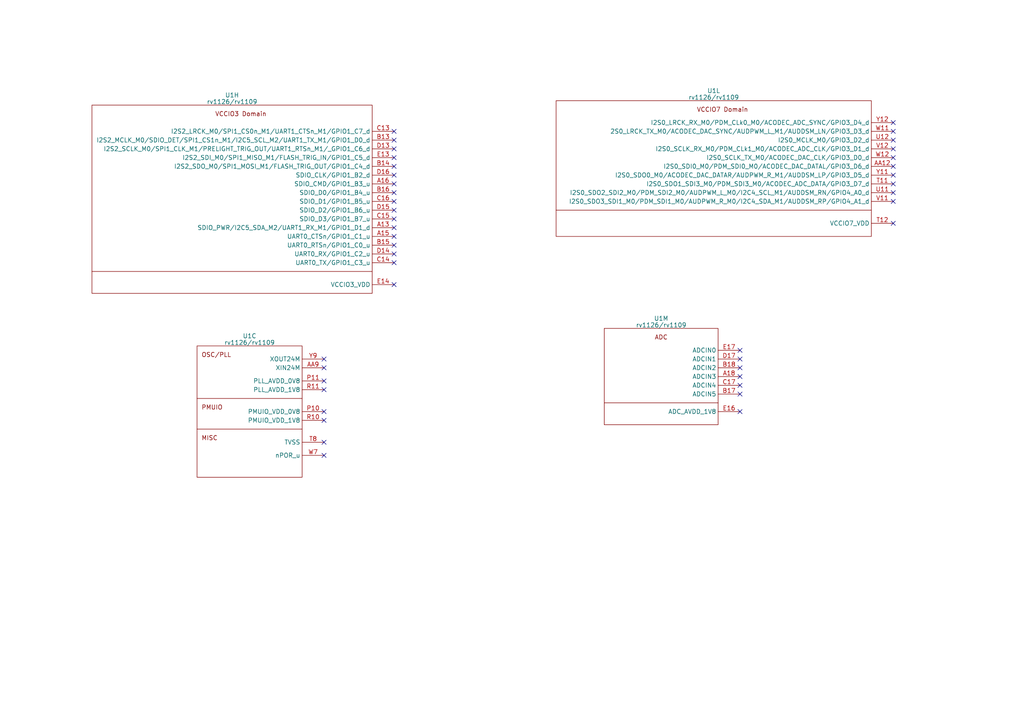
<source format=kicad_sch>
(kicad_sch (version 20230121) (generator eeschema)
  (paper "A4")
  (lib_symbols
    (symbol "CPU_Rockchip:rv1126_rv1109"
      (property "Reference" "U" (at -10.16 33.02 0))
      (property "Value" "rv1126/rv1109" (at 3.81 33.02 0))
      (symbol "rv1126_rv1109_1_1"
        (rectangle (start -17.78 31.75) (end 16.51 -35.56))
        (polyline (pts (xy -17.78 -26.67) (xy 16.51 -26.67)))
        (text "ARM/LOGIC/VEPU/NPU Power" (at -1.27 29.21 0) (effects (font (size 1.27 1.27))))
        (text "Supply for VCCIO1~7 Power" (at -3.81 -29.21 0) (effects (font (size 1.27 1.27))))
        (pin power_in line (at 22.86 -11.43 180) (length 6.35) (name "NPU_VDD_1") (number "H11"))
        (pin power_in line (at 22.86 -13.97 180) (length 6.35) (name "NPU_VDD_2") (number "H12"))
        (pin power_in line (at 22.86 13.97 180) (length 6.35) (name "LOGIC_VDD_2") (number "H13"))
        (pin power_in line (at 22.86 -33.02 180) (length 6.35) (name "VCCIO_VDD_1V8") (number "H14"))
        (pin power_in line (at 22.86 16.51 180) (length 6.35) (name "LOGIC_VDD_1") (number "H9"))
        (pin power_in line (at 22.86 -16.51 180) (length 6.35) (name "NPU_VDD_3") (number "J10"))
        (pin power_in line (at 22.86 -19.05 180) (length 6.35) (name "NPU_VDD_4") (number "J11"))
        (pin power_in line (at 22.86 8.89 180) (length 6.35) (name "LOGIC_VDD_4") (number "J13"))
        (pin power_in line (at 22.86 11.43 180) (length 6.35) (name "LOGIC_VDD_3") (number "J9"))
        (pin power_in line (at 22.86 -21.59 180) (length 6.35) (name "NPU_VDD_5") (number "K10"))
        (pin power_in line (at 22.86 -24.13 180) (length 6.35) (name "NPU_VDD_6") (number "K11"))
        (pin power_in line (at 22.86 6.35 180) (length 6.35) (name "LOGIC_VDD_5") (number "L10"))
        (pin power_in line (at 22.86 0 180) (length 6.35) (name "VEPU_VDD_1") (number "L9"))
        (pin power_in line (at 22.86 3.81 180) (length 6.35) (name "LOGIC_VDD_6") (number "M11"))
        (pin power_in line (at 22.86 -2.54 180) (length 6.35) (name "VEPU_VDD_2") (number "M9"))
        (pin power_in line (at 22.86 25.4 180) (length 6.35) (name "ARM_VDD_1") (number "N12"))
        (pin power_in line (at 22.86 -5.08 180) (length 6.35) (name "VEPU_VDD_3") (number "N8"))
        (pin power_in line (at 22.86 -7.62 180) (length 6.35) (name "VEPU_VDD_4") (number "N9"))
        (pin power_in line (at 22.86 22.86 180) (length 6.35) (name "ARM_VDD_2") (number "P12"))
        (pin power_in line (at 22.86 20.32 180) (length 6.35) (name "ARM_VDD_3") (number "P13"))
      )
      (symbol "rv1126_rv1109_2_1"
        (rectangle (start -19.05 30.48) (end 19.05 -114.3))
        (text "VSS/AVSS" (at 0 24.13 0) (effects (font (size 1.27 1.27))))
        (pin power_in line (at -25.4 27.94 0) (length 6.35) (name "VSS_1") (number "A1"))
        (pin power_in line (at 25.4 -97.79 180) (length 6.35) (name "AVSS_1") (number "A21"))
        (pin power_in line (at 25.4 -88.9 180) (length 6.35) (name "VSS_95") (number "AA1"))
        (pin power_in line (at 25.4 -91.44 180) (length 6.35) (name "VSS_96") (number "AA10"))
        (pin power_in line (at 25.4 -93.98 180) (length 6.35) (name "VSS_97") (number "AA21"))
        (pin power_in line (at -25.4 25.4 0) (length 6.35) (name "VSS_2") (number "B12"))
        (pin power_in line (at -25.4 15.24 0) (length 6.35) (name "VSS_6") (number "C10"))
        (pin power_in line (at -25.4 12.7 0) (length 6.35) (name "VSS_7") (number "C12"))
        (pin power_in line (at -25.4 22.86 0) (length 6.35) (name "VSS_3") (number "C3"))
        (pin power_in line (at -25.4 20.32 0) (length 6.35) (name "VSS_4") (number "C5"))
        (pin power_in line (at -25.4 17.78 0) (length 6.35) (name "VSS_5") (number "C7"))
        (pin power_in line (at -25.4 7.62 0) (length 6.35) (name "VSS_9") (number "D12"))
        (pin power_in line (at 25.4 -100.33 180) (length 6.35) (name "AVSS_2") (number "D18"))
        (pin power_in line (at -25.4 10.16 0) (length 6.35) (name "VSS_8") (number "D9"))
        (pin power_in line (at -25.4 -6.35 0) (length 6.35) (name "VSS_14") (number "E10"))
        (pin power_in line (at -25.4 -8.89 0) (length 6.35) (name "VSS_15") (number "E11"))
        (pin power_in line (at -25.4 -11.43 0) (length 6.35) (name "VSS_16") (number "E12"))
        (pin power_in line (at -25.4 5.08 0) (length 6.35) (name "VSS_10") (number "E4"))
        (pin power_in line (at -25.4 1.27 0) (length 6.35) (name "VSS_11") (number "E6"))
        (pin power_in line (at -25.4 -1.27 0) (length 6.35) (name "VSS_12") (number "E8"))
        (pin power_in line (at -25.4 -3.81 0) (length 6.35) (name "VSS_13") (number "E9"))
        (pin power_in line (at -25.4 -27.94 0) (length 6.35) (name "VSS_22") (number "F10"))
        (pin power_in line (at -25.4 -30.48 0) (length 6.35) (name "VSS_23") (number "F11"))
        (pin power_in line (at -25.4 -33.02 0) (length 6.35) (name "VSS_24") (number "F12"))
        (pin power_in line (at -25.4 -35.56 0) (length 6.35) (name "VSS_25") (number "F13"))
        (pin power_in line (at 25.4 -102.87 180) (length 6.35) (name "AVSS_3") (number "F14"))
        (pin power_in line (at 25.4 -105.41 180) (length 6.35) (name "AVSS_4") (number "F15"))
        (pin power_in line (at -25.4 -13.97 0) (length 6.35) (name "VSS_17") (number "F3"))
        (pin power_in line (at -25.4 -16.51 0) (length 6.35) (name "VSS_18") (number "F5"))
        (pin power_in line (at -25.4 -19.05 0) (length 6.35) (name "VSS_19") (number "F7"))
        (pin power_in line (at -25.4 -21.59 0) (length 6.35) (name "VSS_20") (number "F8"))
        (pin power_in line (at -25.4 -25.4 0) (length 6.35) (name "VSS_21") (number "F9"))
        (pin power_in line (at -25.4 -45.72 0) (length 6.35) (name "VSS_29") (number "G10"))
        (pin power_in line (at -25.4 -48.26 0) (length 6.35) (name "VSS_30") (number "G11"))
        (pin power_in line (at -25.4 -52.07 0) (length 6.35) (name "VSS_31") (number "G12"))
        (pin power_in line (at -25.4 -54.61 0) (length 6.35) (name "VSS_32") (number "G13"))
        (pin power_in line (at 25.4 -107.95 180) (length 6.35) (name "AVSS_5") (number "G16"))
        (pin power_in line (at 25.4 -110.49 180) (length 6.35) (name "AVSS_6") (number "G17"))
        (pin power_in line (at -25.4 -38.1 0) (length 6.35) (name "VSS_26") (number "G2"))
        (pin power_in line (at -25.4 -40.64 0) (length 6.35) (name "VSS_27") (number "G5"))
        (pin power_in line (at -25.4 -43.18 0) (length 6.35) (name "VSS_28") (number "G6"))
        (pin power_in line (at -25.4 -67.31 0) (length 6.35) (name "VSS_37") (number "H10"))
        (pin power_in line (at -25.4 -69.85 0) (length 6.35) (name "VSS_38") (number "H15"))
        (pin power_in line (at -25.4 -57.15 0) (length 6.35) (name "VSS_33") (number "H4"))
        (pin power_in line (at -25.4 -59.69 0) (length 6.35) (name "VSS_34") (number "H5"))
        (pin power_in line (at -25.4 -62.23 0) (length 6.35) (name "VSS_35") (number "H6"))
        (pin power_in line (at -25.4 -64.77 0) (length 6.35) (name "VSS_36") (number "H7"))
        (pin power_in line (at -25.4 -78.74 0) (length 6.35) (name "VSS_41") (number "J12"))
        (pin power_in line (at -25.4 -81.28 0) (length 6.35) (name "VSS_42") (number "J14"))
        (pin power_in line (at -25.4 -83.82 0) (length 6.35) (name "VSS_43") (number "J16"))
        (pin power_in line (at -25.4 -72.39 0) (length 6.35) (name "VSS_39") (number "J5"))
        (pin power_in line (at -25.4 -74.93 0) (length 6.35) (name "VSS_40") (number "J6"))
        (pin power_in line (at -25.4 -96.52 0) (length 6.35) (name "VSS_48") (number "K12"))
        (pin power_in line (at -25.4 -99.06 0) (length 6.35) (name "VSS_49") (number "K13"))
        (pin power_in line (at -25.4 -101.6 0) (length 6.35) (name "VSS_50") (number "K14"))
        (pin power_in line (at -25.4 -86.36 0) (length 6.35) (name "VSS_44") (number "K5"))
        (pin power_in line (at -25.4 -88.9 0) (length 6.35) (name "VSS_45") (number "K6"))
        (pin power_in line (at -25.4 -91.44 0) (length 6.35) (name "VSS_46") (number "K8"))
        (pin power_in line (at -25.4 -93.98 0) (length 6.35) (name "VSS_47") (number "K9"))
        (pin power_in line (at 25.4 20.32 180) (length 6.35) (name "VSS_54") (number "L11"))
        (pin power_in line (at 25.4 17.78 180) (length 6.35) (name "VSS_55") (number "L12"))
        (pin power_in line (at 25.4 15.24 180) (length 6.35) (name "VSS_56") (number "L13"))
        (pin power_in line (at 25.4 12.7 180) (length 6.35) (name "VSS_57") (number "L14"))
        (pin power_in line (at 25.4 10.16 180) (length 6.35) (name "VSS_58") (number "L16"))
        (pin power_in line (at 25.4 27.94 180) (length 6.35) (name "VSS_51") (number "L2"))
        (pin power_in line (at 25.4 25.4 180) (length 6.35) (name "VSS_52") (number "L5"))
        (pin power_in line (at 25.4 22.86 180) (length 6.35) (name "VSS_53") (number "L6"))
        (pin power_in line (at 25.4 -3.81 180) (length 6.35) (name "VSS_63") (number "M10"))
        (pin power_in line (at 25.4 -6.35 180) (length 6.35) (name "VSS_64") (number "M12"))
        (pin power_in line (at 25.4 -8.89 180) (length 6.35) (name "VSS_65") (number "M13"))
        (pin power_in line (at 25.4 -11.43 180) (length 6.35) (name "VSS_66") (number "M14"))
        (pin power_in line (at 25.4 -13.97 180) (length 6.35) (name "VSS_67") (number "M16"))
        (pin power_in line (at 25.4 7.62 180) (length 6.35) (name "VSS_59") (number "M3"))
        (pin power_in line (at 25.4 5.08 180) (length 6.35) (name "VSS_60") (number "M5"))
        (pin power_in line (at 25.4 1.27 180) (length 6.35) (name "VSS_61") (number "M7"))
        (pin power_in line (at 25.4 -1.27 180) (length 6.35) (name "VSS_62") (number "M8"))
        (pin power_in line (at 25.4 -25.4 180) (length 6.35) (name "VSS_71") (number "N10"))
        (pin power_in line (at 25.4 -27.94 180) (length 6.35) (name "VSS_72") (number "N11"))
        (pin power_in line (at 25.4 -30.48 180) (length 6.35) (name "VSS_73") (number "N13"))
        (pin power_in line (at 25.4 -33.02 180) (length 6.35) (name "VSS_74") (number "N14"))
        (pin power_in line (at 25.4 -35.56 180) (length 6.35) (name "VSS_75") (number "N16"))
        (pin power_in line (at 25.4 -16.51 180) (length 6.35) (name "VSS_68") (number "N5"))
        (pin power_in line (at 25.4 -19.05 180) (length 6.35) (name "VSS_69") (number "N6"))
        (pin power_in line (at 25.4 -21.59 180) (length 6.35) (name "VSS_70") (number "N7"))
        (pin power_in line (at 25.4 -48.26 180) (length 6.35) (name "VSS_80") (number "P14"))
        (pin power_in line (at 25.4 -50.8 180) (length 6.35) (name "VSS_81") (number "P16"))
        (pin power_in line (at 25.4 -38.1 180) (length 6.35) (name "VSS_76") (number "P5"))
        (pin power_in line (at 25.4 -40.64 180) (length 6.35) (name "VSS_77") (number "P7"))
        (pin power_in line (at 25.4 -43.18 180) (length 6.35) (name "VSS_78") (number "P8"))
        (pin power_in line (at 25.4 -45.72 180) (length 6.35) (name "VSS_79") (number "P9"))
        (pin power_in line (at 25.4 -54.61 180) (length 6.35) (name "VSS_82") (number "R1"))
        (pin power_in line (at 25.4 -59.69 180) (length 6.35) (name "VSS_84") (number "R12"))
        (pin power_in line (at 25.4 -62.23 180) (length 6.35) (name "VSS_85") (number "R13"))
        (pin power_in line (at 25.4 -64.77 180) (length 6.35) (name "VSS_86") (number "R14"))
        (pin power_in line (at 25.4 -57.15 180) (length 6.35) (name "VSS_83") (number "R5"))
        (pin power_in line (at 25.4 -72.39 180) (length 6.35) (name "VSS_89") (number "T10"))
        (pin power_in line (at 25.4 -74.93 180) (length 6.35) (name "VSS_90") (number "T14"))
        (pin power_in line (at 25.4 -77.47 180) (length 6.35) (name "VSS_91") (number "T17"))
        (pin power_in line (at 25.4 -67.31 180) (length 6.35) (name "VSS_87") (number "T6"))
        (pin power_in line (at 25.4 -69.85 180) (length 6.35) (name "VSS_88") (number "T9"))
        (pin power_in line (at 25.4 -81.28 180) (length 6.35) (name "VSS_92") (number "V17"))
        (pin power_in line (at 25.4 -86.36 180) (length 6.35) (name "VSS_94") (number "W14"))
        (pin power_in line (at 25.4 -83.82 180) (length 6.35) (name "VSS_93") (number "W9"))
      )
      (symbol "rv1126_rv1109_3_1"
        (rectangle (start -15.24 29.21) (end 15.24 -8.89))
        (polyline (pts (xy -15.24 5.08) (xy 15.24 5.08)))
        (polyline (pts (xy -15.24 13.97) (xy 15.24 13.97)))
        (text "MISC" (at -13.97 2.54 0) (effects (font (size 1.27 1.27)) (justify left)))
        (text "OSC/PLL" (at -13.97 26.67 0) (effects (font (size 1.27 1.27)) (justify left)))
        (text "PMUIO" (at -13.97 11.43 0) (effects (font (size 1.27 1.27)) (justify left)))
        (pin output line (at 21.59 22.86 180) (length 6.35) (name "XIN24M") (number "AA9"))
        (pin power_in line (at 21.59 10.16 180) (length 6.35) (name "PMUIO_VDD_0V8") (number "P10"))
        (pin power_in line (at 21.59 19.05 180) (length 6.35) (name "PLL_AVDD_0V8") (number "P11"))
        (pin power_in line (at 21.59 7.62 180) (length 6.35) (name "PMUIO_VDD_1V8") (number "R10"))
        (pin power_in line (at 21.59 16.51 180) (length 6.35) (name "PLL_AVDD_1V8") (number "R11"))
        (pin input line (at 21.59 1.27 180) (length 6.35) (name "TVSS") (number "T8"))
        (pin input line (at 21.59 -2.54 180) (length 6.35) (name "nPOR_u") (number "W7"))
        (pin output line (at 21.59 25.4 180) (length 6.35) (name "XOUT24M") (number "Y9"))
      )
      (symbol "rv1126_rv1109_4_1"
        (rectangle (start -26.67 21.59) (end 26.67 -24.13))
        (polyline (pts (xy -26.67 -17.78) (xy 26.67 -17.78)))
        (text "PMUIO0 Domain" (at 2.54 19.05 0) (effects (font (size 1.27 1.27))))
        (pin bidirectional line (at 33.02 -1.27 180) (length 6.35) (name "SPI0_CS0n_M0/GPIO0_A5_u") (number "AA2"))
        (pin bidirectional line (at 33.02 15.24 180) (length 6.35) (name "CLKI_CLKO_32K/GPIO0_A2_z") (number "AA3"))
        (pin power_in line (at 33.02 -21.59 180) (length 6.35) (name "PMUIO0_VDD") (number "R9"))
        (pin bidirectional line (at 33.02 7.62 180) (length 6.35) (name "SDMMC0_DET/GPIO0_A3_u") (number "U7"))
        (pin bidirectional line (at 33.02 -8.89 180) (length 6.35) (name "SPI0_MOSI_M0/GPIO0_A6_d") (number "V6"))
        (pin bidirectional line (at 33.02 -3.81 180) (length 6.35) (name "SPI0_CS1n_M0/GPIO0_A4_u") (number "V7"))
        (pin bidirectional line (at 33.02 -6.35 180) (length 6.35) (name "SPI0_MISO_M0/GPIO0_A7_d") (number "W5"))
        (pin bidirectional line (at 33.02 12.7 180) (length 6.35) (name "CLK_REF/GPIO0_A0_d") (number "W6"))
        (pin bidirectional line (at 33.02 1.27 180) (length 6.35) (name "SPI0_CLK_M0/GPIO0_B0_d") (number "Y4"))
        (pin bidirectional line (at 33.02 -13.97 180) (length 6.35) (name "TSADC_SHUT_M0/TSADC_SHUTORG/GPIO0_A1_z") (number "Y5"))
      )
      (symbol "rv1126_rv1109_5_1"
        (rectangle (start -35.56 25.4) (end 33.02 -27.94))
        (polyline (pts (xy -35.56 -20.32) (xy 33.02 -20.32)))
        (text "PMUIO1 Domain" (at 0 22.86 0) (effects (font (size 1.27 1.27))))
        (pin bidirectional line (at 39.37 -5.08 180) (length 6.35) (name "USB_CTRL/PMU_DEBUG/UART1_CTSN_M0/PWM3_IR_M0/GPIO0_C1_d") (number "AA4"))
        (pin bidirectional line (at 39.37 7.62 180) (length 6.35) (name "I2C2_SCL/PWM4_M0/GPIO0_C2_d") (number "AA6"))
        (pin bidirectional line (at 39.37 13.97 180) (length 6.35) (name "I2C0_SCL/GPIO0_B4_u") (number "AA7"))
        (pin power_in line (at 39.37 -24.13 180) (length 6.35) (name "PMUIO1_VDD") (number "R8"))
        (pin bidirectional line (at 39.37 -8.89 180) (length 6.35) (name "SDMMC0_PWM/UART1_RTSN_M0/PWM2_M0/GPIO0_C0_d") (number "U9"))
        (pin bidirectional line (at 39.37 -13.97 180) (length 6.35) (name "UART1_RX_M0/PWM1_M0/GPIO0_B7_d") (number "V9"))
        (pin bidirectional line (at 39.37 1.27 180) (length 6.35) (name "PMIC_IN/PWM7_IR_M0/GPIO0_B1_d") (number "W10"))
        (pin bidirectional line (at 39.37 -16.51 180) (length 6.35) (name "UART1_TX_M0/PWM0_M0/GPIO0_B6_d") (number "W8"))
        (pin bidirectional line (at 39.37 -1.27 180) (length 6.35) (name "PMIC_SLEEP/TSADC_SHUT_M1/PWM6_M0/GPIO0_B2_d") (number "Y10"))
        (pin bidirectional line (at 39.37 5.08 180) (length 6.35) (name "I2C2_SDA/PWM5_M0/GPIO0_C3_d") (number "Y6"))
        (pin bidirectional line (at 39.37 11.43 180) (length 6.35) (name "I2C0_SDA/GPIO0_B5_u") (number "Y7"))
        (pin bidirectional line (at 39.37 17.78 180) (length 6.35) (name "FLASH_VOL_SEL/GPIO0_B3_d") (number "Y8"))
      )
      (symbol "rv1126_rv1109_6_1"
        (rectangle (start -26.67 24.13) (end 26.67 -30.48))
        (polyline (pts (xy -26.67 -24.13) (xy 26.67 -24.13)))
        (text "VCCIO1 Domain" (at -1.27 21.59 0) (effects (font (size 1.27 1.27))))
        (pin power_in line (at 33.02 -27.94 180) (length 6.35) (name "VCCIO1_VDD") (number "P6"))
        (pin bidirectional line (at 33.02 -12.7 180) (length 6.35) (name "FLASH_RDYn/FSPI_D1/I2S1_SCLK_M0/GPIO1_A1_u") (number "R2"))
        (pin bidirectional line (at 33.02 -7.62 180) (length 6.35) (name "FLASH_WPn/EMMC_RSTn/FSPI_CLK/GPIO1_A3_d") (number "R3"))
        (pin bidirectional line (at 33.02 -17.78 180) (length 6.35) (name "FLASH_RDn/FSPI_D3/I2S1_SDI_M0/GPIO1_A2_u") (number "R4"))
        (pin bidirectional line (at 33.02 -5.08 180) (length 6.35) (name "FLASH_CLE/EMMC_CLKO/GPIO0_D7_d") (number "T1"))
        (pin bidirectional line (at 33.02 -10.16 180) (length 6.35) (name "FLASH_ALE/FSPI_D0/I2S1_LRCK_M0/GPIO1_A0_d") (number "T2"))
        (pin bidirectional line (at 33.02 -15.24 180) (length 6.35) (name "FSPI_D2/I2S1_SDO_M0/GPIO0_D6_d") (number "T3"))
        (pin bidirectional line (at 33.02 -2.54 180) (length 6.35) (name "FLASH_WRn/EMMC_CMD/GPIO0_D5_u") (number "T4"))
        (pin bidirectional line (at 33.02 -20.32 180) (length 6.35) (name "FLASH_CS0n/FSPI_CS0n/I2S1_MCLK_M0/GPIO0_D4_u") (number "U2"))
        (pin bidirectional line (at 33.02 0 180) (length 6.35) (name "FLASH_D7/EMMC_D7/GPIO0_D3_u") (number "U3"))
        (pin bidirectional line (at 33.02 2.54 180) (length 6.35) (name "FLASH_D6/EMMC_D6/GPIO0_D2_u") (number "U4"))
        (pin bidirectional line (at 33.02 5.08 180) (length 6.35) (name "FLASH_D5/EMMC_D5/FSPI_CS1n/GPIO0_D1_u") (number "V1"))
        (pin bidirectional line (at 33.02 7.62 180) (length 6.35) (name "FLASH_D4/EMMC_D4/GPIO0_D0_u") (number "V2"))
        (pin bidirectional line (at 33.02 10.16 180) (length 6.35) (name "FLASH_D3/EMMC_D3/GPIO0_C7_u") (number "V3"))
        (pin bidirectional line (at 33.02 12.7 180) (length 6.35) (name "FLASH_D2/EMMC_D2/GPIO0_C6_u") (number "V4"))
        (pin bidirectional line (at 33.02 15.24 180) (length 6.35) (name "FLASH_D1/EMMC_D1/GPIO0_C5_u") (number "W1"))
        (pin bidirectional line (at 33.02 17.78 180) (length 6.35) (name "FLASH_D0/EMMC_D0/GPIO0_C4_u") (number "W2"))
      )
      (symbol "rv1126_rv1109_7_1"
        (rectangle (start -39.37 24.13) (end 38.1 -7.62))
        (polyline (pts (xy -39.37 0) (xy 38.1 0)))
        (text "VCCIO2 Domain" (at 0 21.59 0) (effects (font (size 1.27 1.27))))
        (pin bidirectional line (at 44.45 17.78 180) (length 6.35) (name "SDMMC0_CLK/UART3_RTSN_M1/RISC-V_JTAG_TDO/GPIO1_B0_u") (number "AA13"))
        (pin power_in line (at 44.45 -3.81 180) (length 6.35) (name "VCCIO2_VDD") (number "T13"))
        (pin bidirectional line (at 44.45 5.08 180) (length 6.35) (name "SDMMC0_D3/UART3_TX_M1/A7_JTAG_TMS_M0/RISC-V_JTAG_TMS/GPIO1_A7_u") (number "U13"))
        (pin bidirectional line (at 44.45 7.62 180) (length 6.35) (name "SDMMC0_D2/UART3_RX_M1/A7_JTAG_TCK_M0/RISC-V_JTAG_TCK/GPIO1_A6_u") (number "V13"))
        (pin bidirectional line (at 44.45 10.16 180) (length 6.35) (name "SDMMC0_D1/TEST_CLK0_OUT/UART2_TX_M0/RISC-V_JTAG_TRSTn/GPIO1_A5_u") (number "W13"))
        (pin bidirectional line (at 44.45 15.24 180) (length 6.35) (name "SDMMC0_CMD/UART3_CTSN_M1/RISC-V_JTAG_TDI/GPIO1_B1_u") (number "Y13"))
        (pin bidirectional line (at 44.45 12.7 180) (length 6.35) (name "SDMMC0_D0/TEST_CLK1_OUT/UART2_RX_M0/GPIO1_A4_u") (number "Y14"))
      )
      (symbol "rv1126_rv1109_8_1"
        (rectangle (start -40.64 16.51) (end 40.64 -38.1))
        (polyline (pts (xy -40.64 -31.75) (xy 40.64 -31.75)))
        (text "VCCIO3 Domain" (at 2.54 13.97 0) (effects (font (size 1.27 1.27))))
        (pin bidirectional line (at 46.99 -19.05 180) (length 6.35) (name "SDIO_PWR/I2C5_SDA_M2/UART1_RX_M1/GPIO1_D1_d") (number "A13"))
        (pin bidirectional line (at 46.99 -21.59 180) (length 6.35) (name "UART0_CTSn/GPIO1_C1_u") (number "A15"))
        (pin bidirectional line (at 46.99 -6.35 180) (length 6.35) (name "SDIO_CMD/GPIO1_B3_u") (number "A16"))
        (pin bidirectional line (at 46.99 6.35 180) (length 6.35) (name "I2S2_MCLK_M0/SDIO_DET/SPI1_CS1n_M1/I2C5_SCL_M2/UART1_TX_M1/GPIO1_D0_d") (number "B13"))
        (pin bidirectional line (at 46.99 -1.27 180) (length 6.35) (name "I2S2_SDO_M0/SPI1_MOSI_M1/FLASH_TRIG_OUT/GPIO1_C4_d") (number "B14"))
        (pin bidirectional line (at 46.99 -24.13 180) (length 6.35) (name "UART0_RTSn/GPIO1_C0_u") (number "B15"))
        (pin bidirectional line (at 46.99 -8.89 180) (length 6.35) (name "SDIO_D0/GPIO1_B4_u") (number "B16"))
        (pin bidirectional line (at 46.99 8.89 180) (length 6.35) (name "I2S2_LRCK_M0/SPI1_CS0n_M1/UART1_CTSn_M1/GPIO1_C7_d") (number "C13"))
        (pin bidirectional line (at 46.99 -29.21 180) (length 6.35) (name "UART0_TX/GPIO1_C3_u") (number "C14"))
        (pin bidirectional line (at 46.99 -16.51 180) (length 6.35) (name "SDIO_D3/GPIO1_B7_u") (number "C15"))
        (pin bidirectional line (at 46.99 -11.43 180) (length 6.35) (name "SDIO_D1/GPIO1_B5_u") (number "C16"))
        (pin bidirectional line (at 46.99 3.81 180) (length 6.35) (name "I2S2_SCLK_M0/SPI1_CLK_M1/PRELIGHT_TRIG_OUT/UART1_RTSn_M1/_GPIO1_C6_d") (number "D13"))
        (pin bidirectional line (at 46.99 -26.67 180) (length 6.35) (name "UART0_RX/GPIO1_C2_u") (number "D14"))
        (pin bidirectional line (at 46.99 -13.97 180) (length 6.35) (name "SDIO_D2/GPIO1_B6_u") (number "D15"))
        (pin bidirectional line (at 46.99 -3.81 180) (length 6.35) (name "SDIO_CLK/GPIO1_B2_d") (number "D16"))
        (pin bidirectional line (at 46.99 1.27 180) (length 6.35) (name "I2S2_SDI_M0/SPI1_MISO_M1/FLASH_TRIG_IN/GPIO1_C5_d") (number "E13"))
        (pin power_in line (at 46.99 -35.56 180) (length 6.35) (name "VCCIO3_VDD") (number "E14"))
      )
      (symbol "rv1126_rv1109_9_1"
        (rectangle (start -30.48 24.13) (end 30.48 -15.24))
        (polyline (pts (xy -30.48 -8.89) (xy 30.48 -8.89)))
        (text "VCCIO4 Domain" (at 1.27 21.59 0) (effects (font (size 1.27 1.27))))
        (pin power_in line (at 36.83 -12.7 180) (length 6.35) (name "VCCIO4_VDD") (number "P15"))
        (pin bidirectional line (at 36.83 -1.27 180) (length 6.35) (name "SPI0_MISO_M1/I2S1_LRCK_M1/I2C3_SDA_M2/GPIO1_D7_d") (number "U18"))
        (pin bidirectional line (at 36.83 3.81 180) (length 6.35) (name "SPI0_CS0n_M1/I2S1_SDI_M1/UART5_TX_M2/GPIO2_A0_d") (number "U19"))
        (pin bidirectional line (at 36.83 6.35 180) (length 6.35) (name "SPI0_CLK_M1/I2S1_SDO_M1/UART5_RX_M2/GPIO2_A1_d") (number "U20"))
        (pin bidirectional line (at 36.83 -3.81 180) (length 6.35) (name "SPI0_MOSI_M1/I2S1_SCLK_M1/I2C3_SCL_M2/GPIO1_D6_d") (number "V19"))
        (pin bidirectional line (at 36.83 1.27 180) (length 6.35) (name "SPI0_CS1n_M1/I2S1_MCLK_M1/UART4_TX_M2/GPIO1_D5_d") (number "V20"))
        (pin bidirectional line (at 36.83 11.43 180) (length 6.35) (name "MIPI_CSI_CLK0/UART5_CTSN_M2/GPIO2_A3_d") (number "V21"))
        (pin bidirectional line (at 36.83 13.97 180) (length 6.35) (name "I2C1_SDA/UART4_RTSN_M2/GPIO1_D2_u") (number "W19"))
        (pin bidirectional line (at 36.83 -6.35 180) (length 6.35) (name "UART4_RX_M2/GPIO1_D4_d") (number "W20"))
        (pin bidirectional line (at 36.83 8.89 180) (length 6.35) (name "MIPI_CSI_CLK1/UART5_RTSN_M2/GPIO2_A2_d") (number "W21"))
        (pin bidirectional line (at 36.83 16.51 180) (length 6.35) (name "I2C1_SCL/UART4_CTSN_M2/GPIO1_D3_u") (number "Y21"))
      )
      (symbol "rv1126_rv1109_10_1"
        (rectangle (start -54.61 29.21) (end 54.61 -83.82))
        (polyline (pts (xy -54.61 -67.31) (xy 54.61 -67.31)))
        (text "VCCIO5 Domain" (at 1.27 26.67 0) (effects (font (size 1.27 1.27))))
        (pin bidirectional line (at 60.96 -58.42 180) (length 6.35) (name "LCDC_VSYNC/UART3_RTSN_M2/PWM9_M1/SPI1_MOSI_M2/GPIO2_D6_d") (number "C21"))
        (pin bidirectional line (at 60.96 13.97 180) (length 6.35) (name "LCDC_CLK/UART3_CTSN_M2/PWM8_M1/SPI1_MISO_M2/GPIO2_D7_d") (number "D21"))
        (pin bidirectional line (at 60.96 19.05 180) (length 6.35) (name "CAN_TXD_M0/UART3_RX_M2/PWM11_IR_M1/I2C4_SDA_M0/GPIO3_A1_u") (number "E19"))
        (pin bidirectional line (at 60.96 21.59 180) (length 6.35) (name "CAN_RXD_M0/UART3_TX_M2/PWM7_IR_M1/SPI1_CS1n_M2/I2C4_SCL_M0/GPIO3_A0_u") (number "E20"))
        (pin bidirectional line (at 60.96 -50.8 180) (length 6.35) (name "LCDC_D23/RGMII_RXCLK_M1/CIF_HSYNC_M1/I2S1_SDI_M2/GPIO2_D3_d") (number "F19"))
        (pin bidirectional line (at 60.96 -30.48 180) (length 6.35) (name "LCDC_D23/RGMII_RXCLK_M1/CIF_HSYNC_M1/I2S1_SDI_M2/GPIO2_D3_d") (number "F19"))
        (pin bidirectional line (at 60.96 -27.94 180) (length 6.35) (name "LCDC_D22/RGMII_TXCLK_M1/CIF_CLKIN_M1/I2S1_LRCK_M2/GPIO2_D2_d") (number "F20"))
        (pin bidirectional line (at 60.96 -25.4 180) (length 6.35) (name "LCDC_D21/RGMII_TXD2_M1/CIF_CLKOUT_M1/I2S1_SCLK_M2/GPIO2_D1_d") (number "F21"))
        (pin bidirectional line (at 60.96 -63.5 180) (length 6.35) (name "UART2_TX_M1/A7_JTAG_TCK_M1/GPIO3_A2_u") (number "G18"))
        (pin bidirectional line (at 60.96 -17.78 180) (length 6.35) (name "LCDC_D19/RGMII_RXD2_M1/CIF_D15_M1/I2S1_MCLK_M2/GPIO2_C7_d") (number "G19"))
        (pin bidirectional line (at 60.96 -15.24 180) (length 6.35) (name "LCDC_D18/RGMII_TXEN_M1/CIF_D14_M1/GPIO2_C6_d") (number "G20"))
        (pin bidirectional line (at 60.96 -12.7 180) (length 6.35) (name "LCDC_D17/CLK_OUT_ETHERNET_M1/CIF_D13_M1/GPIO2_C5_d") (number "G21"))
        (pin bidirectional line (at 60.96 -60.96 180) (length 6.35) (name "UART2_RX_M1/A7_JTAG_TMS_M1/GPIO3_A3_u") (number "H16"))
        (pin bidirectional line (at 60.96 -55.88 180) (length 6.35) (name "LCDC_HSYNC/PWM10_M1/_SPI1_CLK_M2/I2C3_SDA_M1/GPIO2_D5_d") (number "H17"))
        (pin bidirectional line (at 60.96 -22.86 180) (length 6.35) (name "LCDC_D20/RGMII_RXD3_M1/CIF_VSYNC_M1/I2S1_SDO_M2/GPIO2_D0_d") (number "H18"))
        (pin bidirectional line (at 60.96 -10.16 180) (length 6.35) (name "LCDC_D16/RGMII_TXD1_M1/CIF_D12_M1/GPIO2_C4_d") (number "H19"))
        (pin bidirectional line (at 60.96 -7.62 180) (length 6.35) (name "LCDC_D15/RGMII_TXD0_M1/CIF_D11_M1/GPIO2_C3_d") (number "H20"))
        (pin power_in line (at 60.96 -69.85 180) (length 6.35) (name "VCCIO5_VDD1") (number "J15"))
        (pin bidirectional line (at 60.96 -53.34 180) (length 6.35) (name "LCDC_DEN/PWM6_M1/SPI1_CS0n_M2/I2C3_SCL_M1/GPIO2_D4_d") (number "J17"))
        (pin bidirectional line (at 60.96 11.43 180) (length 6.35) (name "LCDC_D0/RGMII_TXD3_M1/CIF_D0_M1/UART4_RTSN_M1/GPIO2_A4_d") (number "J18"))
        (pin bidirectional line (at 60.96 0 180) (length 6.35) (name "LCDC_D12/RGMII_RXER_M1/CIF_D8_M1/GPIO2_C0_d") (number "J19"))
        (pin bidirectional line (at 60.96 -5.08 180) (length 6.35) (name "LCDC_D14/RGMII_MDC_M1/CIF_D10_M1/GPIO2_C2_d") (number "J20"))
        (pin bidirectional line (at 60.96 -2.54 180) (length 6.35) (name "LCDC_D13/RGMII_MDIO_M1/CIF_D9_M1/GPIO2_C1_d") (number "J21"))
        (pin power_in line (at 60.96 -78.74 180) (length 6.35) (name "VCCIO5_VDD2") (number "K15"))
        (pin bidirectional line (at 60.96 -40.64 180) (length 6.35) (name "LCDC_D6/I2S2_LRCK_M1/UART5_RTSN_M1/PWM1_M1/SPI0_CLK_M2/GPIO2_B2_d") (number "K16"))
        (pin bidirectional line (at 60.96 -43.18 180) (length 6.35) (name "LCDC_D7/I2S2_MCLK_M1/CIF_D3_M1/UART5_CTSN_M1/SPI0_CS1n_M2/PWM0_M1/I2C5_SDA_M0/_GPIO2_B3_d") (number "K17"))
        (pin bidirectional line (at 60.96 -45.72 180) (length 6.35) (name "LCDC_D8/RGMII_RXDV_M1/CIF_D4_M1/GPIO2_B4_d") (number "K18"))
        (pin bidirectional line (at 60.96 -48.26 180) (length 6.35) (name "LCDC_D9/RGMII_RXD0_M1/CIF_D5_M1/GPIO2_B5_d") (number "K19"))
        (pin bidirectional line (at 60.96 6.35 180) (length 6.35) (name "LCDC_D10/RGMII_RXD1_M1/CIF_D6_M1/GPIO2_B6_d") (number "K20"))
        (pin bidirectional line (at 60.96 3.81 180) (length 6.35) (name "LCDC_D11/RGMII_CLK_M1/CIF_D7_M1/GPIO2_B7_d") (number "K21"))
        (pin bidirectional line (at 60.96 8.89 180) (length 6.35) (name "LCDC_D1/RGMII_CRS_M1/CIF_D1_M1/UART4_CTSN_M1/I2C5_SCL_M0/GPIO2_A5_d") (number "L17"))
        (pin bidirectional line (at 60.96 -35.56 180) (length 6.35) (name "LCDC_D4/I2S2_SDI_M1/UART5_TX_M1/PWM3_IR_M1/SPI0_MOSI_M2/GPIO2_B0_d") (number "L19"))
        (pin bidirectional line (at 60.96 -38.1 180) (length 6.35) (name "LCDC_D5/I2S2_SCLK_M1/UART5_RX_M1/PWM2_M1/SPI0_MISO_M2/GPIO2_B1_d") (number "L20"))
        (pin bidirectional line (at 60.96 -33.02 180) (length 6.35) (name "LCDC_D3/I2S2_SDO_M1/UART4_RX_M1/PWM4_M1/SPI0_CS0n_M2/GPIO2_A7_d") (number "M20"))
        (pin bidirectional line (at 60.96 -20.32 180) (length 6.35) (name "LCDC_D2/RGMII_COL_M1/CIF_D2_M1/PWM5_M1/_UART4_TX_M1/GPIO2_A6_d") (number "M21"))
      )
      (symbol "rv1126_rv1109_11_1"
        (rectangle (start -48.26 26.67) (end 48.26 -39.37))
        (polyline (pts (xy -48.26 -31.75) (xy 48.26 -31.75)))
        (text "VCCIO6 Domain" (at 1.27 24.13 0) (effects (font (size 1.27 1.27))))
        (pin power_in line (at 54.61 -35.56 180) (length 6.35) (name "VCCIO6_VDD") (number "M15"))
        (pin bidirectional line (at 54.61 5.08 180) (length 6.35) (name "CIF_D13_M0/RGMII_RXDV_M0/PDM_SDI0_M1/GPIO3_C1_d") (number "M17"))
        (pin bidirectional line (at 54.61 2.54 180) (length 6.35) (name "CIF_D14_M0/RGMII_RXER_M0/PDM_SDI1_M1/GPIO3_C2_d") (number "M18"))
        (pin bidirectional line (at 54.61 20.32 180) (length 6.35) (name "CIF_CLKIN_M0/CLK_OUT_ETHERNET_M0/UART3_CTSN_M0/GPIO3_C5_d") (number "M19"))
        (pin bidirectional line (at 54.61 -15.24 180) (length 6.35) (name "CIF_D6_M0/RGMII_TXD3_M0/I2S0_LRCK_RX_M1/UART4_RTSN_M0/GPIO3_B2_d") (number "N17"))
        (pin bidirectional line (at 54.61 -22.86 180) (length 6.35) (name "CIF_D9_M0/RGMII_TXEN_M0/I2S0_SDO3_SDI1_M1/SPI1_CS0n_M0/GPIO3_B5_d") (number "N18"))
        (pin bidirectional line (at 54.61 7.62 180) (length 6.35) (name "CIF_D12_M0/RGMII_CLK_M0/PDM_CLk0_M1/SPI1_CLK_M0/GPIO3_C0_d") (number "N19"))
        (pin bidirectional line (at 54.61 0 180) (length 6.35) (name "CIF_D15_M0/RGMII_MDIO_M0/PDM_CLk1_M1/GPIO3_C3_d") (number "N20"))
        (pin bidirectional line (at 54.61 -27.94 180) (length 6.35) (name "CIF_VSYNC_M0/RGMII_MDC_M0/UART3_RTSN_M0/GPIO3_C4_d") (number "N21"))
        (pin bidirectional line (at 54.61 -5.08 180) (length 6.35) (name "CIF_D2_M0/RGMII_COL_M0/I2S0_SDO0_M1/UART5_TX_M0/CAN_RXD_M1/PWM10_M0/GPIO3_A6_d") (number "P17"))
        (pin bidirectional line (at 54.61 17.78 180) (length 6.35) (name "CIF_CLKOUT_M0/RGMII_TXCLK_M0/UART3_TX_M0/GPIO3_C6_d") (number "P19"))
        (pin bidirectional line (at 54.61 -25.4 180) (length 6.35) (name "CIF_HSYNC_M0/RGMII_RXCLK_M0/UART3_RX_M0/GPIO3_C7_d") (number "P20"))
        (pin bidirectional line (at 54.61 15.24 180) (length 6.35) (name "CIF_D0_M0/I2S0_SCLK_TX_M1/UART4_TX_M0/I2C3_SCL_M0/PWM8_M0/GPIO3_A4_d") (number "R17"))
        (pin bidirectional line (at 54.61 -7.62 180) (length 6.35) (name "CIF_D3_M0/RGMII_RXD2_M0/I2S0_SDI0_M1/UART5_RX_M0/CAN_TXD_M1/PWM11_IR_M0/GPIO3_A7_d") (number "R18"))
        (pin bidirectional line (at 54.61 -17.78 180) (length 6.35) (name "CIF_D7_M0/RGMII_TXD0_M0/I2S0_SDO1_SDI3_M1/UART4_CTSN_M0/GPIO3_B3_d") (number "R19"))
        (pin bidirectional line (at 54.61 12.7 180) (length 6.35) (name "CIF_D10_M0/RGMII_RXD0_M0/PDM_SDI2_M1/SPI1_MOSI_M0/GPIO3_B6_d") (number "R20"))
        (pin bidirectional line (at 54.61 10.16 180) (length 6.35) (name "CIF_D11_M0/RGMII_RXD1_M0/PDM_SDI3_M1/SPI1_MISO_M0/GPIO3_B7_d") (number "R21"))
        (pin bidirectional line (at 54.61 -2.54 180) (length 6.35) (name "CIF_D1_M0/RGMII_CRS_M0/I2S0_LRCK_TX_M1/UART4_RX_M0/I2C3_SDA_M0/PWM9_M0/GPIO3_A5_d") (number "T18"))
        (pin bidirectional line (at 54.61 -10.16 180) (length 6.35) (name "CIF_D4_M0/RGMII_RXD3_M0/I2S0_MCLK_M1/UART5_RTSN_M0/I2C5_SCL_M1/GPIO3_B0_d") (number "T19"))
        (pin bidirectional line (at 54.61 -12.7 180) (length 6.35) (name "CIF_D5_M0/RGMII_TXD2_M0/I2S0_SCLK_RX_M1/UART5_CTSN_M0/I2C5_SDA_M1/GPIO3_B1_d") (number "T20"))
        (pin bidirectional line (at 54.61 -20.32 180) (length 6.35) (name "CIF_D8_M0/RGMII_TXD1_M0/I2S0_SDO2_SDI2_M1/SPI1_CS1n_M0/GPIO3_B4_d") (number "T21"))
      )
      (symbol "rv1126_rv1109_12_1"
        (rectangle (start -45.72 20.32) (end 45.72 -19.05))
        (polyline (pts (xy -45.72 -11.43) (xy 45.72 -11.43)))
        (text "VCCIO7 Domain" (at 2.54 17.78 0) (effects (font (size 1.27 1.27))))
        (pin bidirectional line (at 52.07 1.27 180) (length 6.35) (name "I2S0_SDI0_M0/PDM_SDI0_M0/ACODEC_DAC_DATAL/GPIO3_D6_d") (number "AA12"))
        (pin bidirectional line (at 52.07 -3.81 180) (length 6.35) (name "I2S0_SDO1_SDI3_M0/PDM_SDI3_M0/ACODEC_ADC_DATA/GPIO3_D7_d") (number "T11"))
        (pin power_in line (at 52.07 -15.24 180) (length 6.35) (name "VCCIO7_VDD") (number "T12"))
        (pin bidirectional line (at 52.07 -6.35 180) (length 6.35) (name "I2S0_SDO2_SDI2_M0/PDM_SDI2_M0/AUDPWM_L_M0/I2C4_SCL_M1/AUDDSM_RN/GPIO4_A0_d") (number "U11"))
        (pin bidirectional line (at 52.07 8.89 180) (length 6.35) (name "I2S0_MCLK_M0/GPIO3_D2_d") (number "U12"))
        (pin bidirectional line (at 52.07 -8.89 180) (length 6.35) (name "I2S0_SDO3_SDI1_M0/PDM_SDI1_M0/AUDPWM_R_M0/I2C4_SDA_M1/AUDDSM_RP/GPIO4_A1_d") (number "V11"))
        (pin bidirectional line (at 52.07 6.35 180) (length 6.35) (name "I2S0_SCLK_RX_M0/PDM_CLk1_M0/ACODEC_ADC_CLK/GPIO3_D1_d") (number "V12"))
        (pin bidirectional line (at 52.07 11.43 180) (length 6.35) (name "2S0_LRCK_TX_M0/ACODEC_DAC_SYNC/AUDPWM_L_M1/AUDDSM_LN/GPIO3_D3_d") (number "W11"))
        (pin bidirectional line (at 52.07 3.81 180) (length 6.35) (name "I2S0_SCLK_TX_M0/ACODEC_DAC_CLK/GPIO3_D0_d") (number "W12"))
        (pin bidirectional line (at 52.07 -1.27 180) (length 6.35) (name "I2S0_SDO0_M0/ACODEC_DAC_DATAR/AUDPWM_R_M1/AUDDSM_LP/GPIO3_D5_d") (number "Y11"))
        (pin bidirectional line (at 52.07 13.97 180) (length 6.35) (name "I2S0_LRCK_RX_M0/PDM_CLk0_M0/ACODEC_ADC_SYNC/GPIO3_D4_d") (number "Y12"))
      )
      (symbol "rv1126_rv1109_13_1"
        (rectangle (start -16.51 11.43) (end 16.51 -16.51))
        (polyline (pts (xy 16.51 -10.16) (xy -16.51 -10.16)))
        (text "ADC" (at 0 8.89 0) (effects (font (size 1.27 1.27))))
        (pin input line (at 22.86 -2.54 180) (length 6.35) (name "ADCIN3") (number "A18"))
        (pin input line (at 22.86 -7.62 180) (length 6.35) (name "ADCIN5") (number "B17"))
        (pin input line (at 22.86 0 180) (length 6.35) (name "ADCIN2") (number "B18"))
        (pin input line (at 22.86 -5.08 180) (length 6.35) (name "ADCIN4") (number "C17"))
        (pin input line (at 22.86 2.54 180) (length 6.35) (name "ADCIN1") (number "D17"))
        (pin power_in line (at 22.86 -12.7 180) (length 6.35) (name "ADC_AVDD_1V8") (number "E16"))
        (pin input line (at 22.86 5.08 180) (length 6.35) (name "ADCIN0") (number "E17"))
      )
      (symbol "rv1126_rv1109_14_0"
        (pin bidirectional line (at -26.67 20.32 0) (length 2.54) (name "") (number ""))
      )
      (symbol "rv1126_rv1109_14_1"
        (rectangle (start -20.32 31.75) (end 91.44 -102.87))
        (text "DDR" (at 31.75 29.21 0) (effects (font (size 1.27 1.27))))
        (pin output line (at 97.79 7.62 180) (length 6.35) (name "LPDDR4_CLKN_A/DDR4_A10/LPDDR3_A8/DDR3_A8") (number "A10"))
        (pin output line (at 97.79 -7.62 180) (length 6.35) (name "LPDDR4_CS1n_B/DDR4_A14_Wen/DDR3_A14") (number "A11"))
        (pin output line (at 97.79 -5.08 180) (length 6.35) (name "LPDDR4_A3_A/DDR4_A13/DDR3_A13") (number "A12"))
        (pin bidirectional line (at -26.67 -71.12 0) (length 6.35) (name "DDR_DQ24/LPDDR4_D8_B/LPDDR3_D30") (number "A2"))
        (pin bidirectional line (at -26.67 -73.66 0) (length 6.35) (name "DDR_DQ25/LPDDR4_D9_B/LPDDR3_D31") (number "A3"))
        (pin output line (at 97.79 -43.18 180) (length 6.35) (name "LPDDR4_A3_B/DDR4_ACTn/LPDDR3_CKE/DDR3_CKE") (number "A4"))
        (pin output line (at 97.79 -50.8 180) (length 6.35) (name "LPDDR4_A4_B/DDR4_ODT0/LPDDR3_CS0n/DDR3_CS0n") (number "A5"))
        (pin output line (at 97.79 -30.48 180) (length 6.35) (name "LPDDR4_CKE1_B/DDR4_BA1/DDR3_WEn") (number "A6"))
        (pin output line (at 97.79 -2.54 180) (length 6.35) (name "LPDDR4_ODT0_B/DDR4_A5/DDR3_A12") (number "A7"))
        (pin output line (at 97.79 25.4 180) (length 6.35) (name "LPDDR4_CKE0_A/DDR4_A8/LPDDR3_A1/DDR3_A1") (number "A8"))
        (pin output line (at 97.79 12.7 180) (length 6.35) (name "LPDDR4_CLKP_A/DDR4_A4/LPDDR3_A6/DDR3_A6") (number "A9"))
        (pin bidirectional line (at -26.67 -86.36 0) (length 6.35) (name "DDR_DQ30/LPDDR4_D14_B/LPDDR3_D26") (number "B1"))
        (pin output line (at 97.79 0 180) (length 6.35) (name "LPDDR4_CS0n_B/DDR4_A16_RASn/DDR3_A11") (number "B10"))
        (pin output line (at 97.79 5.08 180) (length 6.35) (name "LPDDR4_A4_A/DDR4_A2/LPDDR3_A9/DDR3_A9") (number "B11"))
        (pin bidirectional line (at -26.67 -88.9 0) (length 6.35) (name "DDR_DQ31/LPDDR4_D15_B/LPDDR3_D27") (number "B2"))
        (pin bidirectional line (at -26.67 -92.71 0) (length 6.35) (name "DDR_DM3/LPDDR4_DM1_B/LPDDR3_DM3") (number "B3"))
        (pin output line (at 97.79 -45.72 180) (length 6.35) (name "LPDDR4_A2_B/DDR4_CS0n/LPDDR3_ODT0/DDR3_ODT0") (number "B4"))
        (pin output line (at 97.79 2.54 180) (length 6.35) (name "LPDDR4_A0_B/DDR4_A15_CASn/DDR3_A10") (number "B5"))
        (pin output line (at 97.79 -10.16 180) (length 6.35) (name "LPDDR4_A5_B/DDR4_A3/DDR3_A15") (number "B6"))
        (pin output line (at 97.79 -17.78 180) (length 6.35) (name "LPDDR4_CKE0_B/DDR4_A1/DDR3_BA1") (number "B7"))
        (pin output line (at 97.79 17.78 180) (length 6.35) (name "LPDDR4_ODT0_A/DDR4_A7/LPDDR3_A4/DDR3_A4") (number "B8"))
        (pin output line (at 97.79 15.24 180) (length 6.35) (name "LPDDR4_A5_A/DDR4_A9/LPDDR3_A5/DDR3_A5") (number "B9"))
        (pin bidirectional line (at -26.67 -20.32 0) (length 6.35) (name "DDR_DQ14/LPDDR4_D6_B/LPDDR3_D14") (number "C1"))
        (pin output line (at 97.79 10.16 180) (length 6.35) (name "LPDDR4_A2_A/DDR4_A11/LPDDR3_A7/DDR3_A7") (number "C11"))
        (pin bidirectional line (at -26.67 -22.86 0) (length 6.35) (name "DDR_DQ15/LPDDR4_D7_B/LPDDR3_D15") (number "C2"))
        (pin output line (at 97.79 -59.69 180) (length 6.35) (name "DDR_RESETn") (number "C4"))
        (pin output line (at 97.79 -27.94 180) (length 6.35) (name "LPDDR4_A1_B/DDR4_CKE/DDR3_CASn") (number "C6"))
        (pin output line (at 97.79 -20.32 180) (length 6.35) (name "LPDDR4_A0_A/DDR4_A6/DDR3_BA2") (number "C8"))
        (pin output line (at 97.79 20.32 180) (length 6.35) (name "LPDDR4_CKE1_A/DDR4_A0/LPDDR3_A3/DDR3_A3") (number "C9"))
        (pin bidirectional line (at -26.67 -7.62 0) (length 6.35) (name "DDR_DQ9/LPDDR4_D1_B/LPDDR3_D11") (number "D1"))
        (pin output line (at 97.79 27.94 180) (length 6.35) (name "LPDDR4_ODT1_B/DDR4_ODT1/LPDDR3_A0/DDR3_A0") (number "D10"))
        (pin output line (at 97.79 22.86 180) (length 6.35) (name "LPDDR4_ODT1_A/DDR4_BG1/LPDDR3_A2/DDR3_A2") (number "D11"))
        (pin bidirectional line (at -26.67 -5.08 0) (length 6.35) (name "DDR_DQ8/LPDDR4_D10_B/LPDDR3_D0") (number "D2"))
        (pin bidirectional line (at -26.67 -96.52 0) (length 6.35) (name "DDR_DQS3P/LPDDR4_DQS1P_B/LPDDR3_DQS3P") (number "D3"))
        (pin output line (at 97.79 -35.56 180) (length 6.35) (name "LPDDR4_CLKP_B/DDR4_CLKP/LPDDR3_CLKP/DDR3_CLKP") (number "D4"))
        (pin output line (at 97.79 -38.1 180) (length 6.35) (name "LPDDR4_CLKN_B/DDR4_CLKN/LPDDR3_CLKN/DDR3_CLKN") (number "D5"))
        (pin output line (at 97.79 -48.26 180) (length 6.35) (name "LPDDR4_CS1n_A/DDR4_BG0/LPDDR3_ODT1/DDR3_ODT1") (number "D6"))
        (pin output line (at 97.79 -25.4 180) (length 6.35) (name "LPDDR4_A1_A/DDR4_A12/DDR3_RASn") (number "D7"))
        (pin output line (at 97.79 -15.24 180) (length 6.35) (name "DDR4_CS1n/DDR3_BA0") (number "D8"))
        (pin bidirectional line (at -26.67 -17.78 0) (length 6.35) (name "DDR_DQ13/LPDDR4_D5_B/LPDDR3_D13") (number "E1"))
        (pin bidirectional line (at -26.67 -26.67 0) (length 6.35) (name "DDR_DM1/LPDDR4_DM0_B/LPDDR3_DM1") (number "E2"))
        (pin bidirectional line (at -26.67 -99.06 0) (length 6.35) (name "DDR_DQS3N/LPDDR4_DQS1N_B/LPDDR3_DQS3N") (number "E3"))
        (pin output line (at 97.79 -62.23 180) (length 6.35) (name "DDR_RZQ") (number "E5"))
        (pin output line (at 97.79 -53.34 180) (length 6.35) (name "LPDDR4_CS0n_A/DDR4_BA0/LPDDR3_CS1n/DDR3_CS1n") (number "E7"))
        (pin bidirectional line (at -26.67 -33.02 0) (length 6.35) (name "DDR_DQS1N/LPDDR4_DQS0N_B/LPDDR3_DQS1N") (number "F1"))
        (pin bidirectional line (at -26.67 -30.48 0) (length 6.35) (name "DDR_DQS1P/LPDDR4_DQS0P_B/LPDDR3_DQS01P") (number "F2"))
        (pin bidirectional line (at -26.67 -78.74 0) (length 6.35) (name "DDR_DQ27/LPDDR4_D11_B/LPDDR3_D29") (number "F4"))
        (pin power_in line (at 97.79 -67.31 180) (length 6.35) (name "DDR_AVSS") (number "F6"))
        (pin bidirectional line (at -26.67 -15.24 0) (length 6.35) (name "DDR_DQ12/LPDDR4_D4_B/LPDDR3_D12") (number "G1"))
        (pin bidirectional line (at -26.67 -83.82 0) (length 6.35) (name "DDR_DQ29/LPDDR4_D13_B/LPDDR3_D25") (number "G3"))
        (pin bidirectional line (at -26.67 -76.2 0) (length 6.35) (name "DDR_DQ26/LPDDR4_D10_B/LPDDR3_D28") (number "G4"))
        (pin power_in line (at 97.79 -78.74 180) (length 6.35) (name "DDR_VDD1") (number "G7"))
        (pin power_in line (at 97.79 -81.28 180) (length 6.35) (name "DDR_VDD2") (number "G8"))
        (pin power_in line (at 97.79 -83.82 180) (length 6.35) (name "DDR_VDD3") (number "G9"))
        (pin bidirectional line (at -26.67 -12.7 0) (length 6.35) (name "DDR_DQ11/LPDDR4_D3_B/LPDDR3_D9") (number "H1"))
        (pin bidirectional line (at -26.67 -10.16 0) (length 6.35) (name "DDR_DQ10/LPDDR4_D2_B/LPDDR3_D8") (number "H2"))
        (pin bidirectional line (at -26.67 -81.28 0) (length 6.35) (name "DDR_DQ28/LPDDR4_D12_B/LPDDR3_D24") (number "H3"))
        (pin power_in line (at 97.79 -86.36 180) (length 6.35) (name "DDR_VDD4") (number "H8"))
        (pin bidirectional line (at -26.67 -43.18 0) (length 6.35) (name "DDR_DQ18/LPDDR4_D2_A/LPDDR3_D23") (number "J1"))
        (pin bidirectional line (at -26.67 -45.72 0) (length 6.35) (name "DDR_DQ19/LPDDR4_D3_A/LPDDR3_D22") (number "J2"))
        (pin bidirectional line (at -26.67 17.78 0) (length 6.35) (name "DDR_DQ4/LPDDR4_D12_A/LPDDR3_D3") (number "J3"))
        (pin bidirectional line (at -26.67 25.4 0) (length 6.35) (name "DDR_DQ1/LPDDR4_D9_A/LPDDR3_D6") (number "J4"))
        (pin power_in line (at 97.79 -88.9 180) (length 6.35) (name "DDR_VDD5") (number "J7"))
        (pin bidirectional line (at -26.67 -38.1 0) (length 6.35) (name "DDR_DQ16/LPDDR4_D0_A/LPDDR3_D19") (number "K1"))
        (pin bidirectional line (at -26.67 -40.64 0) (length 6.35) (name "DDR_DQ17/LPDDR4_D1_A/LPDDR3_D18") (number "K2"))
        (pin bidirectional line (at -26.67 15.24 0) (length 6.35) (name "DDR_DQ5/LPDDR4_D13_A/LPDDR3_D7") (number "K3"))
        (pin bidirectional line (at -26.67 27.94 0) (length 6.35) (name "DDR_DQ0/LPDDR4_D8_A/LPDDR3_D2") (number "K4"))
        (pin power_in line (at 97.79 -91.44 180) (length 6.35) (name "DDR_VDD6") (number "K7"))
        (pin bidirectional line (at -26.67 -50.8 0) (length 6.35) (name "DDR_DQ21/LPDDR4_D5_A/LPDDR3_D16") (number "L1"))
        (pin bidirectional line (at -26.67 0 0) (length 6.35) (name "DDR_DQS0N/LPDDR4_DQS1N_A/LPDDR3_DQS0N") (number "L3"))
        (pin bidirectional line (at -26.67 2.54 0) (length 6.35) (name "DDR_DQS0P/LPDDR4_DQS1P_A/LPDDR3_DQS0P") (number "L4"))
        (pin power_in line (at 97.79 -93.98 180) (length 6.35) (name "DDR_VDD7") (number "L7"))
        (pin bidirectional line (at -26.67 -53.34 0) (length 6.35) (name "DDR_DQ22/LPDDR4_D6_A/LPDDR3_D17") (number "M1"))
        (pin bidirectional line (at -26.67 -59.69 0) (length 6.35) (name "DDR_DM2/LPDDR4_DM0_A/LPDDR3_DM2") (number "M2"))
        (pin bidirectional line (at -26.67 12.7 0) (length 6.35) (name "DDR_DQ6/LPDDR4_D14_A/LPDDR3_D5") (number "M4"))
        (pin power_out line (at 97.79 -69.85 180) (length 6.35) (name "DDR_VREF") (number "M6"))
        (pin bidirectional line (at -26.67 -66.04 0) (length 6.35) (name "DDR_DQS2N/LPDDR4_DQS0N_A/LPDDR3_DQS2N") (number "N1"))
        (pin bidirectional line (at -26.67 -63.5 0) (length 6.35) (name "DDR_DQS2P/LPDDR4_DQS0P_A/LPDDR3_DQS2P") (number "N2"))
        (pin bidirectional line (at -26.67 6.35 0) (length 6.35) (name "DDR_DM0/LPDDR4_DM1_A/LPDDR3_DM0") (number "N3"))
        (pin bidirectional line (at -26.67 20.32 0) (length 6.35) (name "DDR_DQ3/LPDDR4_D11_A/LPDDR3_D0") (number "N4"))
        (pin bidirectional line (at -26.67 -55.88 0) (length 6.35) (name "DDR_DQ23/LPDDR4_D7_A/LPDDR3_D20") (number "P1"))
        (pin bidirectional line (at -26.67 -48.26 0) (length 6.35) (name "DDR_DQ20/LPDDR4_D4_A/LPDDR3_D21") (number "P2"))
        (pin bidirectional line (at -26.67 10.16 0) (length 6.35) (name "DDR_DQ7/LPDDR4_D15_A/LPDDR3_D1") (number "P3"))
        (pin bidirectional line (at -26.67 22.86 0) (length 6.35) (name "DDR_DQ2/LPDDR4_D10_A/LPDDR3_D4") (number "P4"))
      )
      (symbol "rv1126_rv1109_15_1"
        (rectangle (start -16.51 31.75) (end 16.51 -69.85))
        (polyline (pts (xy -16.51 -19.05) (xy 16.51 -19.05)))
        (text "MIPI CSI RX0" (at -1.27 29.21 0) (effects (font (size 1.27 1.27))))
        (text "MIPI CSI RX1" (at 0 -21.59 0) (effects (font (size 1.27 1.27))))
        (pin input line (at 22.86 2.54 180) (length 6.35) (name "MIPI_CSI_RX0_D3P/LVDS0_RX3P") (number "AA15"))
        (pin input line (at 22.86 0 180) (length 6.35) (name "MIPI_CSI_RX0_D3N/LVDS0_RX3N") (number "AA16"))
        (pin input line (at 22.86 -40.64 180) (length 6.35) (name "MIPI_CSI_RX1_D2P/LVDS1_RX2P") (number "AA18"))
        (pin input line (at 22.86 -33.02 180) (length 6.35) (name "MIPI_CSI_RX1_D1P/LVDS1_RX1P") (number "AA19"))
        (pin input line (at 22.86 -25.4 180) (length 6.35) (name "MIPI_CSI_RX1_D0P/LVDS1_RX0P") (number "AA20"))
        (pin power_in line (at 22.86 -63.5 180) (length 6.35) (name "MIPI_CSI_RX1_AVDD_0V8") (number "R15"))
        (pin power_in line (at 22.86 -66.04 180) (length 6.35) (name "MIPI_CSI_RX1_AVDD_1V8") (number "R16"))
        (pin power_in line (at 22.86 -12.7 180) (length 6.35) (name "MIPI_CSI_RX0_AVDD_0V8") (number "T15"))
        (pin power_in line (at 22.86 -15.24 180) (length 6.35) (name "MIPI_CSI_RX0_AVDD_1V8") (number "T16"))
        (pin input line (at 22.86 -5.08 180) (length 6.35) (name "MIPI_CSI_RX0_CLKP/LVDS0_CLKP") (number "U15"))
        (pin input line (at 22.86 22.86 180) (length 6.35) (name "MIPI_CSI_RX0_D0N/LVDS0_RX0N") (number "U16"))
        (pin input line (at 22.86 -7.62 180) (length 6.35) (name "MIPI_CSI_RX0_CLKN/LVDS0_CLKN") (number "V15"))
        (pin input line (at 22.86 25.4 180) (length 6.35) (name "MIPI_CSI_RX0_D0P/LVDS0_RX0P") (number "V16"))
        (pin input line (at 22.86 -55.88 180) (length 6.35) (name "MIPI_CSI_RX1_CLKP/LVDS1_CLKP") (number "V18"))
        (pin input line (at 22.86 10.16 180) (length 6.35) (name "MIPI_CSI_RX0_D2P/LVDS0_RX2P") (number "W15"))
        (pin input line (at 22.86 15.24 180) (length 6.35) (name "MIPI_CSI_RX0_D1N/LVDS0_RX1N") (number "W16"))
        (pin input line (at 22.86 -50.8 180) (length 6.35) (name "MIPI_CSI_RX1_D3N/LVDS1_RX3N") (number "W17"))
        (pin input line (at 22.86 -58.42 180) (length 6.35) (name "MIPI_CSI_RX1_CLKN/LVDS1_CLKN") (number "W18"))
        (pin input line (at 22.86 7.62 180) (length 6.35) (name "MIPI_CSI_RX0_D2N/LVDS0_RX2N") (number "Y15"))
        (pin input line (at 22.86 17.78 180) (length 6.35) (name "MIPI_CSI_RX0_D1P/LVDS0_RX1P") (number "Y16"))
        (pin input line (at 22.86 -48.26 180) (length 6.35) (name "MIPI_CSI_RX1_D3P/LVDS1_RX3P") (number "Y17"))
        (pin input line (at 22.86 -43.18 180) (length 6.35) (name "MIPI_CSI_RX1_D2N/LVDS1_RX2N") (number "Y18"))
        (pin input line (at 22.86 -35.56 180) (length 6.35) (name "MIPI_CSI_RX1_D1N/LVDS1_RX1N") (number "Y19"))
        (pin input line (at 22.86 -27.94 180) (length 6.35) (name "MIPI_CSI_RX1_D0N/LVDS1_RX0N") (number "Y20"))
      )
      (symbol "rv1126_rv1109_16_1"
        (rectangle (start -17.78 30.48) (end 17.78 -24.13))
        (polyline (pts (xy 17.78 -12.7) (xy -17.78 -12.7)))
        (text "MIPI DSI TX0" (at 0 27.94 0) (effects (font (size 1.27 1.27))))
        (pin input line (at 24.13 24.13 180) (length 6.35) (name "MIPI_DSI_TX0_D0P") (number "A19"))
        (pin input line (at 24.13 16.51 180) (length 6.35) (name "MIPI_DSI_TX0_D1P") (number "A20"))
        (pin input line (at 24.13 21.59 180) (length 6.35) (name "MIPI_DSI_TX0_D0N") (number "B19"))
        (pin input line (at 24.13 13.97 180) (length 6.35) (name "MIPI_DSI_TX0_D1N") (number "B20"))
        (pin input line (at 24.13 8.89 180) (length 6.35) (name "MIPI_DSI_TX0_D2P") (number "B21"))
        (pin input line (at 24.13 -8.89 180) (length 6.35) (name "MIPI_DSI_TX0_CLKN") (number "C18"))
        (pin input line (at 24.13 -6.35 180) (length 6.35) (name "MIPI_DSI_TX0_CLKP") (number "C19"))
        (pin input line (at 24.13 6.35 180) (length 6.35) (name "MIPI_DSI_TX0_D2N") (number "C20"))
        (pin input line (at 24.13 -1.27 180) (length 6.35) (name "MIPI_DSI_TX0_D3N") (number "D19"))
        (pin input line (at 24.13 1.27 180) (length 6.35) (name "MIPI_DSI_TX0_D3P") (number "D20"))
        (pin power_in line (at 24.13 -16.51 180) (length 6.35) (name "MIPI_DSI_TX0_AVDD_0V8") (number "E18"))
        (pin power_in line (at 24.13 -21.59 180) (length 6.35) (name "MIPI_DSI_TX0_AVDD_1V8") (number "G15"))
      )
      (symbol "rv1126_rv1109_17_1"
        (rectangle (start -16.51 25.4) (end 16.51 -33.02))
        (polyline (pts (xy 16.51 -16.51) (xy -16.51 -16.51)))
        (text "USB 2.0" (at -1.27 22.86 0) (effects (font (size 1.27 1.27))))
        (pin power_in line (at 22.86 -20.32 180) (length 6.35) (name "USB_AVDD_0V8") (number "R6"))
        (pin power_in line (at 22.86 -25.4 180) (length 6.35) (name "USB_AVDD_1V8") (number "R7"))
        (pin power_in line (at 22.86 -30.48 180) (length 6.35) (name "USB_AVDD_3V3") (number "T7"))
        (pin input line (at 22.86 -11.43 180) (length 6.35) (name "HOST_EXTR") (number "U5"))
        (pin input line (at 22.86 2.54 180) (length 6.35) (name "OTG_EXTR") (number "U6"))
        (pin input line (at 22.86 7.62 180) (length 6.35) (name "OTG_VBUS_1V8") (number "V5"))
        (pin bidirectional line (at 22.86 19.05 180) (length 6.35) (name "OTG_DP") (number "W3"))
        (pin bidirectional line (at 22.86 16.51 180) (length 6.35) (name "OTG_DM") (number "W4"))
        (pin bidirectional line (at 22.86 -3.81 180) (length 6.35) (name "HOST_DP") (number "Y1"))
        (pin bidirectional line (at 22.86 -6.35 180) (length 6.35) (name "HOST_DM") (number "Y2"))
        (pin input line (at 22.86 11.43 180) (length 6.35) (name "OTG_ID") (number "Y3"))
      )
    )
  )
  (no_connect (at 259.08 55.88))
  (no_connect (at 93.98 128.27))
  (no_connect (at 214.63 101.6))
  (no_connect (at 259.08 38.1))
  (no_connect (at 214.63 109.22))
  (no_connect (at 114.3 38.1))
  (no_connect (at 214.63 106.68))
  (no_connect (at 93.98 121.92))
  (no_connect (at 259.08 50.8))
  (no_connect (at 214.63 119.38))
  (no_connect (at 259.08 35.56))
  (no_connect (at 93.98 113.03))
  (no_connect (at 93.98 132.08))
  (no_connect (at 259.08 43.18))
  (no_connect (at 259.08 48.26))
  (no_connect (at 114.3 71.12))
  (no_connect (at 259.08 53.34))
  (no_connect (at 93.98 106.68))
  (no_connect (at 93.98 119.38))
  (no_connect (at 259.08 64.77))
  (no_connect (at 114.3 60.96))
  (no_connect (at 114.3 76.2))
  (no_connect (at 114.3 73.66))
  (no_connect (at 114.3 58.42))
  (no_connect (at 114.3 43.18))
  (no_connect (at 259.08 40.64))
  (no_connect (at 114.3 53.34))
  (no_connect (at 114.3 50.8))
  (no_connect (at 259.08 45.72))
  (no_connect (at 114.3 68.58))
  (no_connect (at 93.98 104.14))
  (no_connect (at 214.63 111.76))
  (no_connect (at 114.3 55.88))
  (no_connect (at 114.3 45.72))
  (no_connect (at 214.63 104.14))
  (no_connect (at 114.3 66.04))
  (no_connect (at 114.3 40.64))
  (no_connect (at 114.3 82.55))
  (no_connect (at 93.98 110.49))
  (no_connect (at 114.3 63.5))
  (no_connect (at 214.63 114.3))
  (no_connect (at 114.3 48.26))
  (no_connect (at 259.08 58.42))
  (symbol (lib_id "CPU_Rockchip:rv1126_rv1109") (at 72.39 129.54 0) (unit 3)
    (property "Reference" "U1" (at 72.39 97.4471 0))
    (property "Value" "rv1126/rv1109" (at 72.39 99.3681 0))
    (property "Footprint" "Rockchip_SoC:Rockchip_RV1126_FCCSP409LD_14.0x14.0mm" (effects hide))
  )
  (symbol (lib_id "CPU_Rockchip:rv1126_rv1109") (at 191.77 106.68 0) (unit 13)
    (property "Reference" "U1" (at 191.77 92.3671 0))
    (property "Value" "rv1126/rv1109" (at 191.77 94.2881 0))
    (property "Footprint" "Rockchip_SoC:Rockchip_RV1126_FCCSP409LD_14.0x14.0mm" (effects hide))
  )
  (symbol (lib_id "CPU_Rockchip:rv1126_rv1109") (at 67.31 46.99 0) (unit 8)
    (property "Reference" "U1" (at 67.31 27.5971 0))
    (property "Value" "rv1126/rv1109" (at 67.31 29.5181 0))
    (property "Footprint" "Rockchip_SoC:Rockchip_RV1126_FCCSP409LD_14.0x14.0mm" (effects hide))
  )
  (symbol (lib_id "CPU_Rockchip:rv1126_rv1109") (at 207.01 49.53 0) (unit 12)
    (property "Reference" "U1" (at 207.01 26.3271 0))
    (property "Value" "rv1126/rv1109" (at 207.01 28.2481 0))
    (property "Footprint" "Rockchip_SoC:Rockchip_RV1126_FCCSP409LD_14.0x14.0mm" (effects hide))
  )
)
</source>
